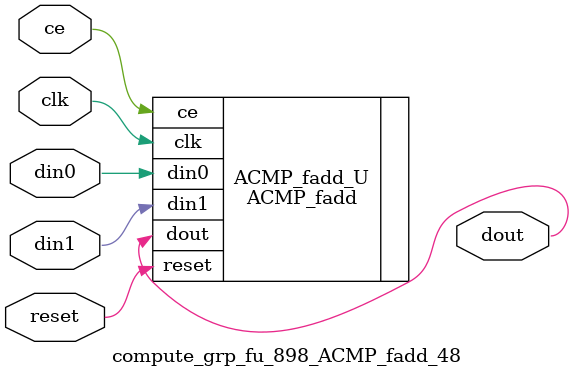
<source format=v>

`timescale 1 ns / 1 ps
module compute_grp_fu_898_ACMP_fadd_48(
    clk,
    reset,
    ce,
    din0,
    din1,
    dout);

parameter ID = 32'd1;
parameter NUM_STAGE = 32'd1;
parameter din0_WIDTH = 32'd1;
parameter din1_WIDTH = 32'd1;
parameter dout_WIDTH = 32'd1;
input clk;
input reset;
input ce;
input[din0_WIDTH - 1:0] din0;
input[din1_WIDTH - 1:0] din1;
output[dout_WIDTH - 1:0] dout;



ACMP_fadd #(
.ID( ID ),
.NUM_STAGE( 4 ),
.din0_WIDTH( din0_WIDTH ),
.din1_WIDTH( din1_WIDTH ),
.dout_WIDTH( dout_WIDTH ))
ACMP_fadd_U(
    .clk( clk ),
    .reset( reset ),
    .ce( ce ),
    .din0( din0 ),
    .din1( din1 ),
    .dout( dout ));

endmodule

</source>
